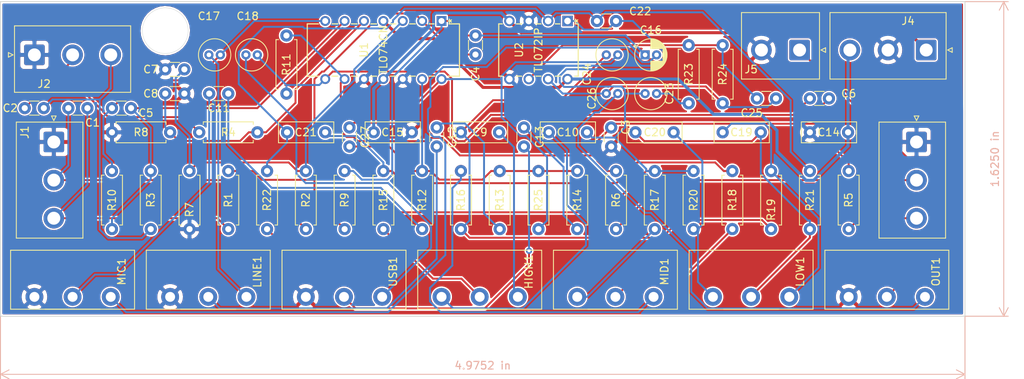
<source format=kicad_pcb>
(kicad_pcb (version 20171130) (host pcbnew "(5.1.2)-2")
  (layers (0 F.Cu signal) (31 B.Cu signal) (34 B.Paste user) (35 F.Paste user) (36 B.SilkS user) (37 F.SilkS user hide) (38 B.Mask user) (39 F.Mask user) (44 Edge.Cuts user))
  (net 0 "")
  (net 1 "Net-(C1-Pad2)")
  (net 2 "Net-(C1-Pad1)")
  (net 3 "Net-(C2-Pad2)")
  (net 4 "Net-(C2-Pad1)")
  (net 5 /1IN-)
  (net 6 /1OUT)
  (net 7 /2IN-)
  (net 8 /2OUT)
  (net 9 /3IN-)
  (net 10 /3OUT)
  (net 11 GNDREF)
  (net 12 /1IN+)
  (net 13 /2IN+)
  (net 14 "Net-(C9-Pad2)")
  (net 15 /CIRC2)
  (net 16 /1_out)
  (net 17 "Net-(C10-Pad1)")
  (net 18 "Net-(C11-Pad2)")
  (net 19 "Net-(C11-Pad1)")
  (net 20 "Net-(C12-Pad2)")
  (net 21 "Net-(C12-Pad1)")
  (net 22 "Net-(C13-Pad2)")
  (net 23 "Net-(C13-Pad1)")
  (net 24 +15V)
  (net 25 -15V)
  (net 26 "Net-(C16-Pad2)")
  (net 27 "Net-(C17-Pad2)")
  (net 28 "Net-(C18-Pad2)")
  (net 29 "Net-(C19-Pad2)")
  (net 30 "Net-(C19-Pad1)")
  (net 31 "Net-(C20-Pad2)")
  (net 32 "Net-(C21-Pad2)")
  (net 33 /node_A)
  (net 34 "Net-(C23-Pad2)")
  (net 35 "Net-(C24-Pad2)")
  (net 36 /2_out)
  (net 37 /2_in-)
  (net 38 "Net-(C26-Pad2)")
  (net 39 /4IN-)
  (net 40 "Net-(J3-Pad3)")
  (net 41 "Net-(J3-Pad2)")
  (net 42 "Net-(J5-Pad1)")
  (net 43 "Net-(HIGH1-Pad2)")
  (net 44 "Net-(MID1-Pad1)")
  (net 45 "Net-(MID1-Pad2)")
  (net 46 "Net-(MID1-Pad3)")
  (module Capacitor_THT:CP_Radial_D4.0mm_P1.50mm (layer F.Cu) (at 124.46 116.84)
    (fp_text reference C16 (at 0.75 -3.25) (layer F.SilkS))
    (fp_text value 47uF)
    (pad 2 thru_hole circle (at 1.5 0) (size 1.2 1.2) (drill 0.6) (layers *.Cu *.Mask) (net 26 "Net-(C16-Pad2)"))
    (pad 1 thru_hole rect (at 0 0) (size 1.2 1.2) (drill 0.6) (layers *.Cu *.Mask) (net 6 /1OUT))
  )
  (module TL072:Pot (layer F.Cu) (at 151.13 148.59 270)
    (fp_text reference OUT1 (at -3.302 -11.43 90) (layer F.SilkS))
    (fp_text value 10K)
    (pad 1 thru_hole circle (at 0 0 270) (size 2.34 2.34) (drill 1.3) (layers *.Cu *.Mask) (net 11 GNDREF))
    (pad 2 thru_hole circle (at 0 -5 270) (size 2.34 2.34) (drill 1.3) (layers *.Cu *.Mask) (net 42 "Net-(J5-Pad1)"))
    (pad 3 thru_hole circle (at 0 -10 270) (size 2.34 2.34) (drill 1.3) (layers *.Cu *.Mask) (net 38 "Net-(C26-Pad2)"))
  )
  (module TL072:Pot (layer F.Cu) (at 133.35 148.59 270)
    (fp_text reference LOW1 (at -3.302 -11.43 90) (layer F.SilkS))
    (fp_text value 50K)
    (pad 1 thru_hole circle (at 0 0 270) (size 2.34 2.34) (drill 1.3) (layers *.Cu *.Mask) (net 31 "Net-(C20-Pad2)"))
    (pad 2 thru_hole circle (at 0 -5 270) (size 2.34 2.34) (drill 1.3) (layers *.Cu *.Mask) (net 30 "Net-(C19-Pad1)"))
    (pad 3 thru_hole circle (at 0 -10 270) (size 2.34 2.34) (drill 1.3) (layers *.Cu *.Mask) (net 29 "Net-(C19-Pad2)"))
  )
  (module TL072:Pot (layer F.Cu) (at 115.57 148.59 270)
    (fp_text reference MID1 (at -3.302 -11.43 90) (layer F.SilkS))
    (fp_text value 50K)
    (pad 1 thru_hole circle (at 0 0 270) (size 2.34 2.34) (drill 1.3) (layers *.Cu *.Mask) (net 44 "Net-(MID1-Pad1)"))
    (pad 2 thru_hole circle (at 0 -5 270) (size 2.34 2.34) (drill 1.3) (layers *.Cu *.Mask) (net 45 "Net-(MID1-Pad2)"))
    (pad 3 thru_hole circle (at 0 -10 270) (size 2.34 2.34) (drill 1.3) (layers *.Cu *.Mask) (net 46 "Net-(MID1-Pad3)"))
  )
  (module TL072:Pot (layer F.Cu) (at 80.01 148.59 270)
    (fp_text reference USB1 (at -3.302 -11.43 90) (layer F.SilkS))
    (fp_text value 10K)
    (pad 1 thru_hole circle (at 0 0 270) (size 2.34 2.34) (drill 1.3) (layers *.Cu *.Mask) (net 11 GNDREF))
    (pad 2 thru_hole circle (at 0 -5 270) (size 2.34 2.34) (drill 1.3) (layers *.Cu *.Mask) (net 22 "Net-(C13-Pad2)"))
    (pad 3 thru_hole circle (at 0 -10 270) (size 2.34 2.34) (drill 1.3) (layers *.Cu *.Mask) (net 28 "Net-(C18-Pad2)"))
  )
  (module TL072:Pot (layer F.Cu) (at 62.23 148.59 270)
    (fp_text reference LINE1 (at -3.302 -11.43 90) (layer F.SilkS))
    (fp_text value 10K)
    (pad 1 thru_hole circle (at 0 0 270) (size 2.34 2.34) (drill 1.3) (layers *.Cu *.Mask) (net 11 GNDREF))
    (pad 2 thru_hole circle (at 0 -5 270) (size 2.34 2.34) (drill 1.3) (layers *.Cu *.Mask) (net 20 "Net-(C12-Pad2)"))
    (pad 3 thru_hole circle (at 0 -10 270) (size 2.34 2.34) (drill 1.3) (layers *.Cu *.Mask) (net 27 "Net-(C17-Pad2)"))
  )
  (module TL072:Pot (layer F.Cu) (at 44.45 148.59 270)
    (fp_text reference MIC1 (at -3.302 -11.43 90) (layer F.SilkS))
    (fp_text value 10K)
    (pad 1 thru_hole circle (at 0 0 270) (size 2.34 2.34) (drill 1.3) (layers *.Cu *.Mask) (net 11 GNDREF))
    (pad 2 thru_hole circle (at 0 -5 270) (size 2.34 2.34) (drill 1.3) (layers *.Cu *.Mask) (net 18 "Net-(C11-Pad2)"))
    (pad 3 thru_hole circle (at 0 -10 270) (size 2.34 2.34) (drill 1.3) (layers *.Cu *.Mask) (net 26 "Net-(C16-Pad2)"))
  )
  (module TL072:Pot (layer F.Cu) (at 97.79 148.59 270)
    (fp_text reference HIGH1 (at -3.302 -11.43 90) (layer F.SilkS))
    (fp_text value 50K)
    (pad 1 thru_hole circle (at 0 0 270) (size 2.34 2.34) (drill 1.3) (layers *.Cu *.Mask) (net 17 "Net-(C10-Pad1)"))
    (pad 2 thru_hole circle (at 0 -5 270) (size 2.34 2.34) (drill 1.3) (layers *.Cu *.Mask) (net 43 "Net-(HIGH1-Pad2)"))
    (pad 3 thru_hole circle (at 0 -10 270) (size 2.34 2.34) (drill 1.3) (layers *.Cu *.Mask) (net 14 "Net-(C9-Pad2)"))
  )
  (module TL072:TL072IP (layer F.Cu) (at 106.68 120.015 270)
    (fp_text reference U2 (at -3.81 -1.27 90) (layer F.SilkS))
    (fp_text value TL072IP (at -3.81 -3.81 90) (layer F.SilkS))
    (fp_text user * (at -7.62 -9.0678 90) (layer F.SilkS))
    (pad 8 thru_hole circle (at 0 -7.62 270) (size 1.3716 1.3716) (drill 0.8636) (layers *.Cu *.Mask) (net 24 +15V))
    (pad 7 thru_hole circle (at 0 -5.08 270) (size 1.3716 1.3716) (drill 0.8636) (layers *.Cu *.Mask) (net 36 /2_out))
    (pad 6 thru_hole circle (at 0 -2.54 270) (size 1.3716 1.3716) (drill 0.8636) (layers *.Cu *.Mask) (net 37 /2_in-))
    (pad 5 thru_hole circle (at 0 0 270) (size 1.3716 1.3716) (drill 0.8636) (layers *.Cu *.Mask) (net 11 GNDREF))
    (pad 4 thru_hole circle (at -7.62 0 270) (size 1.3716 1.3716) (drill 0.8636) (layers *.Cu *.Mask) (net 25 -15V))
    (pad 3 thru_hole circle (at -7.62 -2.54 270) (size 1.3716 1.3716) (drill 0.8636) (layers *.Cu *.Mask) (net 11 GNDREF))
    (pad 2 thru_hole circle (at -7.62 -5.08 270) (size 1.3716 1.3716) (drill 0.8636) (layers *.Cu *.Mask) (net 32 "Net-(C21-Pad2)"))
    (pad 1 thru_hole rect (at -7.62 -7.62 270) (size 1.3716 1.3716) (drill 0.8636) (layers *.Cu *.Mask) (net 16 /1_out))
  )
  (module TL074:TL074CN (layer F.Cu) (at 82.55 120.015 270)
    (fp_text reference U1 (at -3.81 -5.08 90) (layer F.SilkS))
    (fp_text value TL074CN (at -3.81 -7.62 90) (layer F.SilkS))
    (fp_text user * (at -7.62 -16.6497 90) (layer F.SilkS))
    (pad 14 thru_hole circle (at 0 -15.24 270) (size 1.2954 1.2954) (drill 0.7874) (layers *.Cu *.Mask) (net 35 "Net-(C24-Pad2)"))
    (pad 13 thru_hole circle (at 0 -12.7 270) (size 1.2954 1.2954) (drill 0.7874) (layers *.Cu *.Mask) (net 39 /4IN-))
    (pad 12 thru_hole circle (at 0 -10.16 270) (size 1.2954 1.2954) (drill 0.7874) (layers *.Cu *.Mask) (net 11 GNDREF))
    (pad 11 thru_hole circle (at 0 -7.62 270) (size 1.2954 1.2954) (drill 0.7874) (layers *.Cu *.Mask) (net 25 -15V))
    (pad 10 thru_hole circle (at 0 -5.08 270) (size 1.2954 1.2954) (drill 0.7874) (layers *.Cu *.Mask) (net 11 GNDREF))
    (pad 9 thru_hole circle (at 0 -2.54 270) (size 1.2954 1.2954) (drill 0.7874) (layers *.Cu *.Mask) (net 9 /3IN-))
    (pad 8 thru_hole circle (at 0 0 270) (size 1.2954 1.2954) (drill 0.7874) (layers *.Cu *.Mask) (net 10 /3OUT))
    (pad 7 thru_hole circle (at -7.62 0 270) (size 1.2954 1.2954) (drill 0.7874) (layers *.Cu *.Mask) (net 8 /2OUT))
    (pad 6 thru_hole circle (at -7.62 -2.54 270) (size 1.2954 1.2954) (drill 0.7874) (layers *.Cu *.Mask) (net 7 /2IN-))
    (pad 5 thru_hole circle (at -7.62 -5.08 270) (size 1.2954 1.2954) (drill 0.7874) (layers *.Cu *.Mask) (net 13 /2IN+))
    (pad 4 thru_hole circle (at -7.62 -7.62 270) (size 1.2954 1.2954) (drill 0.7874) (layers *.Cu *.Mask) (net 24 +15V))
    (pad 3 thru_hole circle (at -7.62 -10.16 270) (size 1.2954 1.2954) (drill 0.7874) (layers *.Cu *.Mask) (net 12 /1IN+))
    (pad 2 thru_hole circle (at -7.62 -12.7 270) (size 1.2954 1.2954) (drill 0.7874) (layers *.Cu *.Mask) (net 5 /1IN-))
    (pad 1 thru_hole rect (at -7.62 -15.24 270) (size 1.2954 1.2954) (drill 0.7874) (layers *.Cu *.Mask) (net 6 /1OUT))
  )
  (module Resistor_THT:R_Axial_DIN0207_L6.3mm_D2.5mm_P7.62mm_Horizontal (layer F.Cu) (at 110.49 139.7 90)
    (fp_text reference R25 (at 3.81 0 90) (layer F.SilkS))
    (fp_text value 47K)
    (pad 2 thru_hole oval (at 7.62 0 90) (size 1.6 1.6) (drill 0.8) (layers *.Cu *.Mask) (net 39 /4IN-))
    (pad 1 thru_hole circle (at 0 0 90) (size 1.6 1.6) (drill 0.8) (layers *.Cu *.Mask) (net 35 "Net-(C24-Pad2)"))
  )
  (module Resistor_THT:R_Axial_DIN0207_L6.3mm_D2.5mm_P7.62mm_Horizontal (layer F.Cu) (at 134.62 123.19 90)
    (fp_text reference R24 (at 3.81 0 90) (layer F.SilkS))
    (fp_text value 10K)
    (pad 2 thru_hole oval (at 7.62 0 90) (size 1.6 1.6) (drill 0.8) (layers *.Cu *.Mask) (net 37 /2_in-))
    (pad 1 thru_hole circle (at 0 0 90) (size 1.6 1.6) (drill 0.8) (layers *.Cu *.Mask) (net 36 /2_out))
  )
  (module Resistor_THT:R_Axial_DIN0207_L6.3mm_D2.5mm_P7.62mm_Horizontal (layer F.Cu) (at 130.175 115.57 270)
    (fp_text reference R23 (at 3.81 0 90) (layer F.SilkS))
    (fp_text value 10K)
    (pad 2 thru_hole oval (at 7.62 0 270) (size 1.6 1.6) (drill 0.8) (layers *.Cu *.Mask) (net 34 "Net-(C23-Pad2)"))
    (pad 1 thru_hole circle (at 0 0 270) (size 1.6 1.6) (drill 0.8) (layers *.Cu *.Mask) (net 37 /2_in-))
  )
  (module Resistor_THT:R_Axial_DIN0207_L6.3mm_D2.5mm_P7.62mm_Horizontal (layer F.Cu) (at 74.93 139.7 90)
    (fp_text reference R22 (at 3.81 0 90) (layer F.SilkS))
    (fp_text value 1K)
    (pad 2 thru_hole oval (at 7.62 0 90) (size 1.6 1.6) (drill 0.8) (layers *.Cu *.Mask) (net 32 "Net-(C21-Pad2)"))
    (pad 1 thru_hole circle (at 0 0 90) (size 1.6 1.6) (drill 0.8) (layers *.Cu *.Mask) (net 16 /1_out))
  )
  (module Resistor_THT:R_Axial_DIN0207_L6.3mm_D2.5mm_P7.62mm_Horizontal (layer F.Cu) (at 146.05 132.08 270)
    (fp_text reference R21 (at 3.81 0 90) (layer F.SilkS))
    (fp_text value 10K)
    (pad 2 thru_hole oval (at 7.62 0 270) (size 1.6 1.6) (drill 0.8) (layers *.Cu *.Mask) (net 30 "Net-(C19-Pad1)"))
    (pad 1 thru_hole circle (at 0 0 270) (size 1.6 1.6) (drill 0.8) (layers *.Cu *.Mask) (net 32 "Net-(C21-Pad2)"))
  )
  (module Resistor_THT:R_Axial_DIN0207_L6.3mm_D2.5mm_P7.62mm_Horizontal (layer F.Cu) (at 130.81 139.7 90)
    (fp_text reference R20 (at 3.81 0 90) (layer F.SilkS))
    (fp_text value 6K8)
    (pad 2 thru_hole oval (at 7.62 0 90) (size 1.6 1.6) (drill 0.8) (layers *.Cu *.Mask) (net 16 /1_out))
    (pad 1 thru_hole circle (at 0 0 90) (size 1.6 1.6) (drill 0.8) (layers *.Cu *.Mask) (net 31 "Net-(C20-Pad2)"))
  )
  (module Resistor_THT:R_Axial_DIN0207_L6.3mm_D2.5mm_P7.62mm_Horizontal (layer F.Cu) (at 140.97 139.7 90)
    (fp_text reference R19 (at 2.54 0 90) (layer F.SilkS))
    (fp_text value 6K8)
    (pad 2 thru_hole oval (at 7.62 0 90) (size 1.6 1.6) (drill 0.8) (layers *.Cu *.Mask) (net 29 "Net-(C19-Pad2)"))
    (pad 1 thru_hole circle (at 0 0 90) (size 1.6 1.6) (drill 0.8) (layers *.Cu *.Mask) (net 15 /CIRC2))
  )
  (module Resistor_THT:R_Axial_DIN0207_L6.3mm_D2.5mm_P7.62mm_Horizontal (layer F.Cu) (at 135.89 139.7 90)
    (fp_text reference R18 (at 3.81 0 90) (layer F.SilkS))
    (fp_text value 1K3)
    (pad 2 thru_hole oval (at 7.62 0 90) (size 1.6 1.6) (drill 0.8) (layers *.Cu *.Mask) (net 33 /node_A))
    (pad 1 thru_hole circle (at 0 0 90) (size 1.6 1.6) (drill 0.8) (layers *.Cu *.Mask) (net 45 "Net-(MID1-Pad2)"))
  )
  (module Resistor_THT:R_Axial_DIN0207_L6.3mm_D2.5mm_P7.62mm_Horizontal (layer F.Cu) (at 125.73 139.7 90)
    (fp_text reference R17 (at 3.81 0 90) (layer F.SilkS))
    (fp_text value 910)
    (pad 2 thru_hole oval (at 7.62 0 90) (size 1.6 1.6) (drill 0.8) (layers *.Cu *.Mask) (net 16 /1_out))
    (pad 1 thru_hole circle (at 0 0 90) (size 1.6 1.6) (drill 0.8) (layers *.Cu *.Mask) (net 44 "Net-(MID1-Pad1)"))
  )
  (module Resistor_THT:R_Axial_DIN0207_L6.3mm_D2.5mm_P7.62mm_Horizontal (layer F.Cu) (at 100.33 139.7 90)
    (fp_text reference R16 (at 3.81 0 90) (layer F.SilkS))
    (fp_text value 910)
    (pad 2 thru_hole oval (at 7.62 0 90) (size 1.6 1.6) (drill 0.8) (layers *.Cu *.Mask) (net 46 "Net-(MID1-Pad3)"))
    (pad 1 thru_hole circle (at 0 0 90) (size 1.6 1.6) (drill 0.8) (layers *.Cu *.Mask) (net 15 /CIRC2))
  )
  (module Resistor_THT:R_Axial_DIN0207_L6.3mm_D2.5mm_P7.62mm_Horizontal (layer F.Cu) (at 90.17 139.7 90)
    (fp_text reference R15 (at 3.81 0 90) (layer F.SilkS))
    (fp_text value 1K1)
    (pad 2 thru_hole oval (at 7.62 0 90) (size 1.6 1.6) (drill 0.8) (layers *.Cu *.Mask) (net 33 /node_A))
    (pad 1 thru_hole circle (at 0 0 90) (size 1.6 1.6) (drill 0.8) (layers *.Cu *.Mask) (net 43 "Net-(HIGH1-Pad2)"))
  )
  (module Resistor_THT:R_Axial_DIN0207_L6.3mm_D2.5mm_P7.62mm_Horizontal (layer F.Cu) (at 115.57 139.7 90)
    (fp_text reference R14 (at 3.81 0 90) (layer F.SilkS))
    (fp_text value 47K)
    (pad 2 thru_hole oval (at 7.62 0 90) (size 1.6 1.6) (drill 0.8) (layers *.Cu *.Mask) (net 39 /4IN-))
    (pad 1 thru_hole circle (at 0 0 90) (size 1.6 1.6) (drill 0.8) (layers *.Cu *.Mask) (net 23 "Net-(C13-Pad1)"))
  )
  (module Resistor_THT:R_Axial_DIN0207_L6.3mm_D2.5mm_P7.62mm_Horizontal (layer F.Cu) (at 105.41 139.7 90)
    (fp_text reference R13 (at 3.81 0 90) (layer F.SilkS))
    (fp_text value 47K)
    (pad 2 thru_hole oval (at 7.62 0 90) (size 1.6 1.6) (drill 0.8) (layers *.Cu *.Mask) (net 39 /4IN-))
    (pad 1 thru_hole circle (at 0 0 90) (size 1.6 1.6) (drill 0.8) (layers *.Cu *.Mask) (net 21 "Net-(C12-Pad1)"))
  )
  (module Resistor_THT:R_Axial_DIN0207_L6.3mm_D2.5mm_P7.62mm_Horizontal (layer F.Cu) (at 77.47 114.3 270)
    (fp_text reference R11 (at 3.81 0 90) (layer F.SilkS))
    (fp_text value 10K)
    (pad 2 thru_hole oval (at 7.62 0 270) (size 1.6 1.6) (drill 0.8) (layers *.Cu *.Mask) (net 10 /3OUT))
    (pad 1 thru_hole circle (at 0 0 270) (size 1.6 1.6) (drill 0.8) (layers *.Cu *.Mask) (net 9 /3IN-))
  )
  (module Resistor_THT:R_Axial_DIN0207_L6.3mm_D2.5mm_P7.62mm_Horizontal (layer F.Cu) (at 54.61 139.7 90)
    (fp_text reference R10 (at 3.81 0 90) (layer F.SilkS))
    (fp_text value 10K)
    (pad 2 thru_hole oval (at 7.62 0 90) (size 1.6 1.6) (drill 0.8) (layers *.Cu *.Mask) (net 8 /2OUT))
    (pad 1 thru_hole circle (at 0 0 90) (size 1.6 1.6) (drill 0.8) (layers *.Cu *.Mask) (net 7 /2IN-))
  )
  (module Resistor_THT:R_Axial_DIN0207_L6.3mm_D2.5mm_P7.62mm_Horizontal (layer F.Cu) (at 85.09 139.7 90)
    (fp_text reference R9 (at 3.81 0 90) (layer F.SilkS))
    (fp_text value 100K)
    (pad 2 thru_hole oval (at 7.62 0 90) (size 1.6 1.6) (drill 0.8) (layers *.Cu *.Mask) (net 6 /1OUT))
    (pad 1 thru_hole circle (at 0 0 90) (size 1.6 1.6) (drill 0.8) (layers *.Cu *.Mask) (net 5 /1IN-))
  )
  (module Resistor_THT:R_Axial_DIN0207_L6.3mm_D2.5mm_P7.62mm_Horizontal (layer F.Cu) (at 62.23 127 180)
    (fp_text reference R8 (at 3.81 0) (layer F.SilkS))
    (fp_text value 10K)
    (pad 2 thru_hole oval (at 7.62 0 180) (size 1.6 1.6) (drill 0.8) (layers *.Cu *.Mask) (net 11 GNDREF))
    (pad 1 thru_hole circle (at 0 0 180) (size 1.6 1.6) (drill 0.8) (layers *.Cu *.Mask) (net 13 /2IN+))
  )
  (module Resistor_THT:R_Axial_DIN0207_L6.3mm_D2.5mm_P7.62mm_Horizontal (layer F.Cu) (at 64.77 132.08 270)
    (fp_text reference R7 (at 5.08 0 90) (layer F.SilkS))
    (fp_text value 100K)
    (pad 2 thru_hole oval (at 7.62 0 270) (size 1.6 1.6) (drill 0.8) (layers *.Cu *.Mask) (net 11 GNDREF))
    (pad 1 thru_hole circle (at 0 0 270) (size 1.6 1.6) (drill 0.8) (layers *.Cu *.Mask) (net 12 /1IN+))
  )
  (module Resistor_THT:R_Axial_DIN0207_L6.3mm_D2.5mm_P7.62mm_Horizontal (layer F.Cu) (at 120.65 139.7 90)
    (fp_text reference R6 (at 3.81 0 90) (layer F.SilkS))
    (fp_text value 10K)
    (pad 2 thru_hole oval (at 7.62 0 90) (size 1.6 1.6) (drill 0.8) (layers *.Cu *.Mask) (net 9 /3IN-))
    (pad 1 thru_hole circle (at 0 0 90) (size 1.6 1.6) (drill 0.8) (layers *.Cu *.Mask) (net 41 "Net-(J3-Pad2)"))
  )
  (module Resistor_THT:R_Axial_DIN0207_L6.3mm_D2.5mm_P7.62mm_Horizontal (layer F.Cu) (at 151.13 139.7 90)
    (fp_text reference R5 (at 3.81 0 90) (layer F.SilkS))
    (fp_text value 10K)
    (pad 2 thru_hole oval (at 7.62 0 90) (size 1.6 1.6) (drill 0.8) (layers *.Cu *.Mask) (net 9 /3IN-))
    (pad 1 thru_hole circle (at 0 0 90) (size 1.6 1.6) (drill 0.8) (layers *.Cu *.Mask) (net 40 "Net-(J3-Pad3)"))
  )
  (module Resistor_THT:R_Axial_DIN0207_L6.3mm_D2.5mm_P7.62mm_Horizontal (layer F.Cu) (at 66.04 127)
    (fp_text reference R4 (at 3.81 0) (layer F.SilkS))
    (fp_text value 10K)
    (pad 2 thru_hole oval (at 7.62 0) (size 1.6 1.6) (drill 0.8) (layers *.Cu *.Mask) (net 13 /2IN+))
    (pad 1 thru_hole circle (at 0 0) (size 1.6 1.6) (drill 0.8) (layers *.Cu *.Mask) (net 3 "Net-(C2-Pad2)"))
  )
  (module Resistor_THT:R_Axial_DIN0207_L6.3mm_D2.5mm_P7.62mm_Horizontal (layer F.Cu) (at 59.69 139.7 90)
    (fp_text reference R3 (at 3.81 0 90) (layer F.SilkS))
    (fp_text value 10K)
    (pad 2 thru_hole oval (at 7.62 0 90) (size 1.6 1.6) (drill 0.8) (layers *.Cu *.Mask) (net 7 /2IN-))
    (pad 1 thru_hole circle (at 0 0 90) (size 1.6 1.6) (drill 0.8) (layers *.Cu *.Mask) (net 4 "Net-(C2-Pad1)"))
  )
  (module Resistor_THT:R_Axial_DIN0207_L6.3mm_D2.5mm_P7.62mm_Horizontal (layer F.Cu) (at 80.01 139.7 90)
    (fp_text reference R2 (at 3.81 0 90) (layer F.SilkS))
    (fp_text value 3K3)
    (pad 2 thru_hole oval (at 7.62 0 90) (size 1.6 1.6) (drill 0.8) (layers *.Cu *.Mask) (net 12 /1IN+))
    (pad 1 thru_hole circle (at 0 0 90) (size 1.6 1.6) (drill 0.8) (layers *.Cu *.Mask) (net 1 "Net-(C1-Pad2)"))
  )
  (module Resistor_THT:R_Axial_DIN0207_L6.3mm_D2.5mm_P7.62mm_Horizontal (layer F.Cu) (at 69.85 139.7 90)
    (fp_text reference R1 (at 3.81 0 90) (layer F.SilkS))
    (fp_text value 3K3)
    (pad 2 thru_hole oval (at 7.62 0 90) (size 1.6 1.6) (drill 0.8) (layers *.Cu *.Mask) (net 5 /1IN-))
    (pad 1 thru_hole circle (at 0 0 90) (size 1.6 1.6) (drill 0.8) (layers *.Cu *.Mask) (net 2 "Net-(C1-Pad1)"))
  )
  (module Connector_JST:JST_NV_B02P-NV_1x02_P5.00mm_Vertical (layer F.Cu) (at 144.7 116.205 180)
    (fp_text reference J5 (at 6.35 -2.54) (layer F.SilkS))
    (fp_text value OUT)
    (pad 2 thru_hole circle (at 5 0 180) (size 2.7 2.7) (drill 1.7) (layers *.Cu *.Mask) (net 11 GNDREF))
    (pad 1 thru_hole roundrect (at 0 0 180) (size 2.7 2.7) (drill 1.7) (layers *.Cu *.Mask) (roundrect_rratio 0.09259299999999999) (net 42 "Net-(J5-Pad1)"))
  )
  (module Connector_JST:JST_NV_B03P-NV_1x03_P5.00mm_Vertical (layer F.Cu) (at 161.29 116.205 180)
    (fp_text reference J4 (at 2.38 3.81) (layer F.SilkS))
    (fp_text value Alimentação)
    (pad 3 thru_hole circle (at 10 0 180) (size 2.7 2.7) (drill 1.7) (layers *.Cu *.Mask) (net 24 +15V))
    (pad 2 thru_hole circle (at 5 0 180) (size 2.7 2.7) (drill 1.7) (layers *.Cu *.Mask) (net 11 GNDREF))
    (pad 1 thru_hole roundrect (at 0 0 180) (size 2.7 2.7) (drill 1.7) (layers *.Cu *.Mask) (roundrect_rratio 0.09259299999999999) (net 25 -15V))
  )
  (module Connector_JST:JST_NV_B03P-NV_1x03_P5.00mm_Vertical (layer F.Cu) (at 160.02 128.27 270)
    (fp_text reference J3 hide)
    (fp_text value USB)
    (pad 3 thru_hole circle (at 10 0 270) (size 2.7 2.7) (drill 1.7) (layers *.Cu *.Mask) (net 40 "Net-(J3-Pad3)"))
    (pad 2 thru_hole circle (at 5 0 270) (size 2.7 2.7) (drill 1.7) (layers *.Cu *.Mask) (net 41 "Net-(J3-Pad2)"))
    (pad 1 thru_hole roundrect (at 0 0 270) (size 2.7 2.7) (drill 1.7) (layers *.Cu *.Mask) (roundrect_rratio 0.09259299999999999) (net 11 GNDREF))
  )
  (module Connector_JST:JST_NV_B03P-NV_1x03_P5.00mm_Vertical (layer F.Cu) (at 44.45 116.84)
    (fp_text reference J2 (at 1.27 3.81) (layer F.SilkS))
    (fp_text value LINE)
    (pad 3 thru_hole circle (at 10 0) (size 2.7 2.7) (drill 1.7) (layers *.Cu *.Mask) (net 4 "Net-(C2-Pad1)"))
    (pad 2 thru_hole circle (at 5 0) (size 2.7 2.7) (drill 1.7) (layers *.Cu *.Mask) (net 3 "Net-(C2-Pad2)"))
    (pad 1 thru_hole roundrect (at 0 0) (size 2.7 2.7) (drill 1.7) (layers *.Cu *.Mask) (roundrect_rratio 0.09259299999999999) (net 11 GNDREF))
  )
  (module Connector_JST:JST_NV_B03P-NV_1x03_P5.00mm_Vertical (layer F.Cu) (at 46.99 128.27 270)
    (fp_text reference J1 (at -1.27 3.81 90) (layer F.SilkS))
    (fp_text value MIC)
    (pad 3 thru_hole circle (at 10 0 270) (size 2.7 2.7) (drill 1.7) (layers *.Cu *.Mask) (net 2 "Net-(C1-Pad1)"))
    (pad 2 thru_hole circle (at 5 0 270) (size 2.7 2.7) (drill 1.7) (layers *.Cu *.Mask) (net 1 "Net-(C1-Pad2)"))
    (pad 1 thru_hole roundrect (at 0 0 270) (size 2.7 2.7) (drill 1.7) (layers *.Cu *.Mask) (roundrect_rratio 0.09259299999999999) (net 11 GNDREF))
  )
  (module Capacitor_THT:C_Disc_D3.0mm_W1.6mm_P2.50mm (layer F.Cu) (at 85.725 126.365 270)
    (fp_text reference C27 (at 1.25 -2.05 90) (layer F.SilkS))
    (fp_text value 10pF)
    (pad 2 thru_hole circle (at 2.5 0 270) (size 1.6 1.6) (drill 0.8) (layers *.Cu *.Mask) (net 39 /4IN-))
    (pad 1 thru_hole circle (at 0 0 270) (size 1.6 1.6) (drill 0.8) (layers *.Cu *.Mask) (net 35 "Net-(C24-Pad2)"))
  )
  (module Capacitor_THT:C_Radial_D4.0mm_H5.0mm_P1.50mm (layer F.Cu) (at 119.38 121.92)
    (fp_text reference C26 (at -1.905 0.635 90) (layer F.SilkS))
    (fp_text value 47uF)
    (pad 2 thru_hole circle (at 1.5 0) (size 1.2 1.2) (drill 0.6) (layers *.Cu *.Mask) (net 38 "Net-(C26-Pad2)"))
    (pad 1 thru_hole circle (at 0 0) (size 1.2 1.2) (drill 0.6) (layers *.Cu *.Mask) (net 36 /2_out))
  )
  (module Capacitor_THT:C_Disc_D3.0mm_W1.6mm_P2.50mm (layer F.Cu) (at 139.105 122.555)
    (fp_text reference C25 (at -0.675 1.905) (layer F.SilkS))
    (fp_text value 20pF)
    (pad 2 thru_hole circle (at 2.5 0) (size 1.6 1.6) (drill 0.8) (layers *.Cu *.Mask) (net 36 /2_out))
    (pad 1 thru_hole circle (at 0 0) (size 1.6 1.6) (drill 0.8) (layers *.Cu *.Mask) (net 37 /2_in-))
  )
  (module Capacitor_THT:C_Radial_D4.0mm_H5.0mm_P1.50mm (layer F.Cu) (at 119.38 116.84)
    (fp_text reference C24 (at -2.54 2.54 90) (layer F.SilkS))
    (fp_text value 47uF)
    (pad 2 thru_hole circle (at 1.5 0) (size 1.2 1.2) (drill 0.6) (layers *.Cu *.Mask) (net 35 "Net-(C24-Pad2)"))
    (pad 1 thru_hole circle (at 0 0) (size 1.2 1.2) (drill 0.6) (layers *.Cu *.Mask) (net 15 /CIRC2))
  )
  (module Capacitor_THT:C_Radial_D4.0mm_H5.0mm_P1.50mm (layer F.Cu) (at 124.46 121.92)
    (fp_text reference C23 (at 3.175 0 90) (layer F.SilkS))
    (fp_text value 47uF)
    (pad 2 thru_hole circle (at 1.5 0) (size 1.2 1.2) (drill 0.6) (layers *.Cu *.Mask) (net 34 "Net-(C23-Pad2)"))
    (pad 1 thru_hole circle (at 0 0) (size 1.2 1.2) (drill 0.6) (layers *.Cu *.Mask) (net 16 /1_out))
  )
  (module Capacitor_THT:C_Disc_D3.0mm_W1.6mm_P2.50mm (layer F.Cu) (at 118.15 112.395)
    (fp_text reference C22 (at 5.675 -1.27) (layer F.SilkS))
    (fp_text value 20pF)
    (pad 2 thru_hole circle (at 2.5 0) (size 1.6 1.6) (drill 0.8) (layers *.Cu *.Mask) (net 16 /1_out))
    (pad 1 thru_hole circle (at 0 0) (size 1.6 1.6) (drill 0.8) (layers *.Cu *.Mask) (net 32 "Net-(C21-Pad2)"))
  )
  (module Capacitor_THT:C_Disc_D7.0mm_W2.5mm_P5.00mm (layer F.Cu) (at 82.55 127 180)
    (fp_text reference C21 (at 2.54 0) (layer F.SilkS))
    (fp_text value 12nF)
    (pad 2 thru_hole circle (at 5 0 180) (size 1.6 1.6) (drill 0.8) (layers *.Cu *.Mask) (net 32 "Net-(C21-Pad2)"))
    (pad 1 thru_hole circle (at 0 0 180) (size 1.6 1.6) (drill 0.8) (layers *.Cu *.Mask) (net 33 /node_A))
  )
  (module Capacitor_THT:C_Disc_D7.0mm_W2.5mm_P5.00mm (layer F.Cu) (at 123.19 127)
    (fp_text reference C20 (at 2.54 0) (layer F.SilkS))
    (fp_text value 33nF)
    (pad 2 thru_hole circle (at 5 0) (size 1.6 1.6) (drill 0.8) (layers *.Cu *.Mask) (net 31 "Net-(C20-Pad2)"))
    (pad 1 thru_hole circle (at 0 0) (size 1.6 1.6) (drill 0.8) (layers *.Cu *.Mask) (net 30 "Net-(C19-Pad1)"))
  )
  (module Capacitor_THT:C_Disc_D7.0mm_W2.5mm_P5.00mm (layer F.Cu) (at 139.62 127 180)
    (fp_text reference C19 (at 2.54 0) (layer F.SilkS))
    (fp_text value 33nF)
    (pad 2 thru_hole circle (at 5 0 180) (size 1.6 1.6) (drill 0.8) (layers *.Cu *.Mask) (net 29 "Net-(C19-Pad2)"))
    (pad 1 thru_hole circle (at 0 0 180) (size 1.6 1.6) (drill 0.8) (layers *.Cu *.Mask) (net 30 "Net-(C19-Pad1)"))
  )
  (module Capacitor_THT:C_Radial_D4.0mm_H5.0mm_P1.50mm (layer F.Cu) (at 73.66 116.84 180)
    (fp_text reference C18 (at 1.27 5.08) (layer F.SilkS))
    (fp_text value 47uF)
    (pad 2 thru_hole circle (at 1.5 0 180) (size 1.2 1.2) (drill 0.6) (layers *.Cu *.Mask) (net 28 "Net-(C18-Pad2)"))
    (pad 1 thru_hole circle (at 0 0 180) (size 1.2 1.2) (drill 0.6) (layers *.Cu *.Mask) (net 10 /3OUT))
  )
  (module Capacitor_THT:C_Radial_D4.0mm_H5.0mm_P1.50mm (layer F.Cu) (at 68.81 116.84 180)
    (fp_text reference C17 (at 1.5 5.08) (layer F.SilkS))
    (fp_text value 47uF)
    (pad 2 thru_hole circle (at 1.5 0 180) (size 1.2 1.2) (drill 0.6) (layers *.Cu *.Mask) (net 27 "Net-(C17-Pad2)"))
    (pad 1 thru_hole circle (at 0 0 180) (size 1.2 1.2) (drill 0.6) (layers *.Cu *.Mask) (net 8 /2OUT))
  )
  (module Capacitor_THT:C_Disc_D7.0mm_W2.5mm_P5.00mm (layer F.Cu) (at 93.9 127 180)
    (fp_text reference C15 (at 2.54 0) (layer F.SilkS))
    (fp_text value 100nF)
    (pad 2 thru_hole circle (at 5 0 180) (size 1.6 1.6) (drill 0.8) (layers *.Cu *.Mask) (net 25 -15V))
    (pad 1 thru_hole circle (at 0 0 180) (size 1.6 1.6) (drill 0.8) (layers *.Cu *.Mask) (net 11 GNDREF))
  )
  (module Capacitor_THT:C_Disc_D7.0mm_W2.5mm_P5.00mm (layer F.Cu) (at 151.05 127 180)
    (fp_text reference C14 (at 2.54 0) (layer F.SilkS))
    (fp_text value 100nF)
    (pad 2 thru_hole circle (at 5 0 180) (size 1.6 1.6) (drill 0.8) (layers *.Cu *.Mask) (net 11 GNDREF))
    (pad 1 thru_hole circle (at 0 0 180) (size 1.6 1.6) (drill 0.8) (layers *.Cu *.Mask) (net 24 +15V))
  )
  (module Capacitor_THT:C_Disc_D3.0mm_W1.6mm_P2.50mm (layer F.Cu) (at 108.585 126.365 270)
    (fp_text reference C13 (at 1.25 -2.05 90) (layer F.SilkS))
    (fp_text value 1uF)
    (pad 2 thru_hole circle (at 2.5 0 270) (size 1.6 1.6) (drill 0.8) (layers *.Cu *.Mask) (net 22 "Net-(C13-Pad2)"))
    (pad 1 thru_hole circle (at 0 0 270) (size 1.6 1.6) (drill 0.8) (layers *.Cu *.Mask) (net 23 "Net-(C13-Pad1)"))
  )
  (module Capacitor_THT:C_Disc_D3.0mm_W1.6mm_P2.50mm (layer F.Cu) (at 97.155 126.365 270)
    (fp_text reference C12 (at 1.25 -2.05 90) (layer F.SilkS))
    (fp_text value 1uF)
    (pad 2 thru_hole circle (at 2.5 0 270) (size 1.6 1.6) (drill 0.8) (layers *.Cu *.Mask) (net 20 "Net-(C12-Pad2)"))
    (pad 1 thru_hole circle (at 0 0 270) (size 1.6 1.6) (drill 0.8) (layers *.Cu *.Mask) (net 21 "Net-(C12-Pad1)"))
  )
  (module Capacitor_THT:C_Disc_D3.0mm_W1.6mm_P2.50mm (layer F.Cu) (at 69.85 121.92 180)
    (fp_text reference C11 (at 1.25 -1.905) (layer F.SilkS))
    (fp_text value 1uF)
    (pad 2 thru_hole circle (at 2.5 0 180) (size 1.6 1.6) (drill 0.8) (layers *.Cu *.Mask) (net 18 "Net-(C11-Pad2)"))
    (pad 1 thru_hole circle (at 0 0 180) (size 1.6 1.6) (drill 0.8) (layers *.Cu *.Mask) (net 19 "Net-(C11-Pad1)"))
  )
  (module Capacitor_THT:C_Disc_D7.0mm_W2.5mm_P5.00mm (layer F.Cu) (at 111.84 127)
    (fp_text reference C10 (at 2.5 0) (layer F.SilkS))
    (fp_text value 18mF)
    (pad 2 thru_hole circle (at 5 0) (size 1.6 1.6) (drill 0.8) (layers *.Cu *.Mask) (net 16 /1_out))
    (pad 1 thru_hole circle (at 0 0) (size 1.6 1.6) (drill 0.8) (layers *.Cu *.Mask) (net 17 "Net-(C10-Pad1)"))
  )
  (module Capacitor_THT:C_Disc_D7.0mm_W2.5mm_P5.00mm (layer F.Cu) (at 100.33 127)
    (fp_text reference C9 (at 2.5 0) (layer F.SilkS))
    (fp_text value 18mF)
    (pad 2 thru_hole circle (at 5 0) (size 1.6 1.6) (drill 0.8) (layers *.Cu *.Mask) (net 14 "Net-(C9-Pad2)"))
    (pad 1 thru_hole circle (at 0 0) (size 1.6 1.6) (drill 0.8) (layers *.Cu *.Mask) (net 15 /CIRC2))
  )
  (module Capacitor_THT:C_Disc_D3.0mm_W1.6mm_P2.50mm (layer F.Cu) (at 61.595 121.92)
    (fp_text reference C8 (at -1.905 0) (layer F.SilkS))
    (fp_text value 10pF)
    (pad 2 thru_hole circle (at 2.5 0) (size 1.6 1.6) (drill 0.8) (layers *.Cu *.Mask) (net 11 GNDREF))
    (pad 1 thru_hole circle (at 0 0) (size 1.6 1.6) (drill 0.8) (layers *.Cu *.Mask) (net 13 /2IN+))
  )
  (module Capacitor_THT:C_Disc_D3.0mm_W1.6mm_P2.50mm (layer F.Cu) (at 64.095 118.745 180)
    (fp_text reference C7 (at 4.405 0) (layer F.SilkS))
    (fp_text value 10pF)
    (pad 2 thru_hole circle (at 2.5 0 180) (size 1.6 1.6) (drill 0.8) (layers *.Cu *.Mask) (net 11 GNDREF))
    (pad 1 thru_hole circle (at 0 0 180) (size 1.6 1.6) (drill 0.8) (layers *.Cu *.Mask) (net 12 /1IN+))
  )
  (module Capacitor_THT:C_Disc_D3.0mm_W1.6mm_P2.50mm (layer F.Cu) (at 146.05 122.555)
    (fp_text reference C6 (at 5.08 -0.635) (layer F.SilkS))
    (fp_text value 10pF)
    (pad 2 thru_hole circle (at 2.5 0) (size 1.6 1.6) (drill 0.8) (layers *.Cu *.Mask) (net 9 /3IN-))
    (pad 1 thru_hole circle (at 0 0) (size 1.6 1.6) (drill 0.8) (layers *.Cu *.Mask) (net 10 /3OUT))
  )
  (module Capacitor_THT:C_Disc_D3.0mm_W1.6mm_P2.50mm (layer F.Cu) (at 54.61 123.825)
    (fp_text reference C5 (at 4.445 0.635) (layer F.SilkS))
    (fp_text value 10pF)
    (pad 2 thru_hole circle (at 2.5 0) (size 1.6 1.6) (drill 0.8) (layers *.Cu *.Mask) (net 7 /2IN-))
    (pad 1 thru_hole circle (at 0 0) (size 1.6 1.6) (drill 0.8) (layers *.Cu *.Mask) (net 8 /2OUT))
  )
  (module Capacitor_THT:C_Disc_D3.0mm_W1.6mm_P2.50mm (layer F.Cu) (at 102.235 114.3 270)
    (fp_text reference C4 (at 5.04 0 90) (layer F.SilkS))
    (fp_text value 10pF)
    (pad 2 thru_hole circle (at 2.5 0 270) (size 1.6 1.6) (drill 0.8) (layers *.Cu *.Mask) (net 5 /1IN-))
    (pad 1 thru_hole circle (at 0 0 270) (size 1.6 1.6) (drill 0.8) (layers *.Cu *.Mask) (net 6 /1OUT))
  )
  (module Capacitor_THT:C_Disc_D3.0mm_W1.6mm_P2.50mm (layer F.Cu) (at 120.015 126.365 270)
    (fp_text reference C3 (at -0.04 -1.905 90) (layer F.SilkS))
    (fp_text value 10pF)
    (pad 2 thru_hole circle (at 2.5 0 270) (size 1.6 1.6) (drill 0.8) (layers *.Cu *.Mask) (net 11 GNDREF))
    (pad 1 thru_hole circle (at 0 0 270) (size 1.6 1.6) (drill 0.8) (layers *.Cu *.Mask) (net 9 /3IN-))
  )
  (module Capacitor_THT:C_Disc_D3.0mm_W1.6mm_P2.50mm (layer F.Cu) (at 45.68 123.825 180)
    (fp_text reference C2 (at 4.405 0) (layer F.SilkS))
    (fp_text value 680pF)
    (pad 2 thru_hole circle (at 2.5 0 180) (size 1.6 1.6) (drill 0.8) (layers *.Cu *.Mask) (net 3 "Net-(C2-Pad2)"))
    (pad 1 thru_hole circle (at 0 0 180) (size 1.6 1.6) (drill 0.8) (layers *.Cu *.Mask) (net 4 "Net-(C2-Pad1)"))
  )
  (module Capacitor_THT:C_Disc_D3.0mm_W1.6mm_P2.50mm (layer F.Cu) (at 51.395 123.825 180)
    (fp_text reference C1 (at -0.675 -1.905) (layer F.SilkS))
    (fp_text value 680pF)
    (pad 2 thru_hole circle (at 2.5 0 180) (size 1.6 1.6) (drill 0.8) (layers *.Cu *.Mask) (net 1 "Net-(C1-Pad2)"))
    (pad 1 thru_hole circle (at 0 0 180) (size 1.6 1.6) (drill 0.8) (layers *.Cu *.Mask) (net 2 "Net-(C1-Pad1)"))
  )
  (module Resistor_THT:R_Axial_DIN0207_L6.3mm_D2.5mm_P7.62mm_Horizontal (layer F.Cu) (at 95.25 139.7 90)
    (fp_text reference R12 (at 3.81 0 90) (layer F.SilkS))
    (fp_text value 47K)
    (pad 1 thru_hole circle (at 0 0 90) (size 1.6 1.6) (drill 0.8) (layers *.Cu *.Mask) (net 19 "Net-(C11-Pad1)"))
    (pad 2 thru_hole oval (at 7.62 0 90) (size 1.6 1.6) (drill 0.8) (layers *.Cu *.Mask) (net 39 /4IN-))
  )
  (dimension 41.275 (width 0.12) (layer B.SilkS) (gr_text "41.275 mm" (at 172.72 130.4925 270) (layer B.SilkS) (effects (font (size 1 1) (thickness 0.15)))) (feature1 (pts (xy 166.37 151.13) (xy 172.036421 151.13))) (feature2 (pts (xy 166.37 109.855) (xy 172.036421 109.855))) (crossbar (pts (xy 171.45 109.855) (xy 171.45 151.13))) (arrow1a (pts (xy 171.45 151.13) (xy 170.863579 150.003496))) (arrow1b (pts (xy 171.45 151.13) (xy 172.036421 150.003496))) (arrow2a (pts (xy 171.45 109.855) (xy 170.863579 110.981504))) (arrow2b (pts (xy 171.45 109.855) (xy 172.036421 110.981504))))
  (dimension 126.37 (width 0.12) (layer B.SilkS) (gr_text "126.370 mm" (at 103.185 160.02) (layer B.SilkS) (effects (font (size 1 1) (thickness 0.15)))) (feature1 (pts (xy 166.37 151.13) (xy 166.37 159.336421))) (feature2 (pts (xy 40 151.13) (xy 40 159.336421))) (crossbar (pts (xy 40 158.75) (xy 166.37 158.75))) (arrow1a (pts (xy 166.37 158.75) (xy 165.243496 159.336421))) (arrow1b (pts (xy 166.37 158.75) (xy 165.243496 158.163579))) (arrow2a (pts (xy 40 158.75) (xy 41.126504 159.336421))) (arrow2b (pts (xy 40 158.75) (xy 41.126504 158.163579))))
  (gr_circle (center 61.595 113.665) (end 64.595 113.665) (layer Edge.Cuts) (width 0.05))
  (gr_line (start 40.005 109.855) (end 40 151.13) (layer Edge.Cuts) (width 0.1))
  (gr_line (start 166.37 109.855) (end 40 109.855) (layer Edge.Cuts) (width 0.1))
  (gr_line (start 166.37 151.13) (end 166.37 109.855) (layer Edge.Cuts) (width 0.1))
  (gr_line (start 40 151.13) (end 166.37 151.13) (layer Edge.Cuts) (width 0.1))
  (segment (start 46.99 133.27) (end 73.58 133.27) (width 0.25) (layer F.Cu) (net 1))
  (segment (start 73.58 133.27) (end 80.01 139.7) (width 0.25) (layer F.Cu) (net 1))
  (segment (start 48.895 123.825) (end 48.895 131.365) (width 0.25) (layer B.Cu) (net 1))
  (segment (start 48.895 131.365) (end 46.99 133.27) (width 0.25) (layer B.Cu) (net 1))
  (segment (start 51.395 123.825) (end 51.395 133.865) (width 0.25) (layer B.Cu) (net 2))
  (segment (start 51.395 133.865) (end 46.99 138.27) (width 0.25) (layer B.Cu) (net 2))
  (segment (start 46.99 138.27) (end 68.42 138.27) (width 0.25) (layer F.Cu) (net 2))
  (segment (start 68.42 138.27) (end 69.85 139.7) (width 0.25) (layer F.Cu) (net 2))
  (segment (start 48.1061 118.8989) (end 49.45 117.555) (width 0.25) (layer F.Cu) (net 3))
  (segment (start 49.45 117.555) (end 49.45 116.84) (width 0.25) (layer F.Cu) (net 3))
  (segment (start 43.18 123.825) (end 48.1061 118.8989) (width 0.25) (layer F.Cu) (net 3))
  (segment (start 48.1061 118.8989) (end 53.4647 124.2576) (width 0.25) (layer F.Cu) (net 3))
  (segment (start 53.4647 124.2576) (end 53.4647 124.3351) (width 0.25) (layer F.Cu) (net 3))
  (segment (start 53.4647 124.3351) (end 54.1381 125.0085) (width 0.25) (layer F.Cu) (net 3))
  (segment (start 54.1381 125.0085) (end 64.0485 125.0085) (width 0.25) (layer F.Cu) (net 3))
  (segment (start 64.0485 125.0085) (end 66.04 127) (width 0.25) (layer F.Cu) (net 3))
  (segment (start 53.0025 122.6916) (end 53.0025 139.7364) (width 0.25) (layer B.Cu) (net 4))
  (segment (start 53.0025 139.7364) (end 54.1378 140.8717) (width 0.25) (layer B.Cu) (net 4))
  (segment (start 54.1378 140.8717) (end 58.5183 140.8717) (width 0.25) (layer B.Cu) (net 4))
  (segment (start 58.5183 140.8717) (end 59.69 139.7) (width 0.25) (layer B.Cu) (net 4))
  (segment (start 54.45 116.84) (end 54.45 121.2441) (width 0.25) (layer B.Cu) (net 4))
  (segment (start 54.45 121.2441) (end 53.0025 122.6916) (width 0.25) (layer B.Cu) (net 4))
  (segment (start 45.68 123.825) (end 46.8134 122.6916) (width 0.25) (layer B.Cu) (net 4))
  (segment (start 46.8134 122.6916) (end 53.0025 122.6916) (width 0.25) (layer B.Cu) (net 4))
  (segment (start 81.1354 133.2304) (end 74.2415 133.2304) (width 0.25) (layer F.Cu) (net 5))
  (segment (start 74.2415 133.2304) (end 73.0911 132.08) (width 0.25) (layer F.Cu) (net 5))
  (segment (start 73.0911 132.08) (end 69.85 132.08) (width 0.25) (layer F.Cu) (net 5))
  (segment (start 85.09 139.7) (end 81.1354 135.7454) (width 0.25) (layer F.Cu) (net 5))
  (segment (start 81.1354 135.7454) (end 81.1354 133.2304) (width 0.25) (layer F.Cu) (net 5))
  (segment (start 95.25 112.395) (end 94.2696 111.4146) (width 0.25) (layer F.Cu) (net 5))
  (segment (start 94.2696 111.4146) (end 89.7538 111.4146) (width 0.25) (layer F.Cu) (net 5))
  (segment (start 89.7538 111.4146) (end 88.8463 112.3221) (width 0.25) (layer F.Cu) (net 5))
  (segment (start 88.8463 112.3221) (end 88.8463 112.5605) (width 0.25) (layer F.Cu) (net 5))
  (segment (start 88.8463 112.5605) (end 82.3728 119.034) (width 0.25) (layer F.Cu) (net 5))
  (segment (start 82.3728 119.034) (end 82.1294 119.034) (width 0.25) (layer F.Cu) (net 5))
  (segment (start 82.1294 119.034) (end 81.1354 120.028) (width 0.25) (layer F.Cu) (net 5))
  (segment (start 81.1354 120.028) (end 81.1354 133.2304) (width 0.25) (layer F.Cu) (net 5))
  (segment (start 102.235 116.8) (end 99.655 116.8) (width 0.25) (layer F.Cu) (net 5))
  (segment (start 99.655 116.8) (end 95.25 112.395) (width 0.25) (layer F.Cu) (net 5))
  (segment (start 97.79 112.395) (end 97.79 113.368) (width 0.25) (layer B.Cu) (net 6))
  (segment (start 85.09 132.08) (end 86.2153 132.08) (width 0.25) (layer B.Cu) (net 6))
  (segment (start 86.2153 132.08) (end 87.3406 133.2053) (width 0.25) (layer B.Cu) (net 6))
  (segment (start 87.3406 133.2053) (end 90.6846 133.2053) (width 0.25) (layer B.Cu) (net 6))
  (segment (start 90.6846 133.2053) (end 91.3304 132.5595) (width 0.25) (layer B.Cu) (net 6))
  (segment (start 91.3304 132.5595) (end 91.3304 119.8276) (width 0.25) (layer B.Cu) (net 6))
  (segment (start 91.3304 119.8276) (end 97.79 113.368) (width 0.25) (layer B.Cu) (net 6))
  (segment (start 97.79 112.395) (end 98.763 112.395) (width 0.25) (layer F.Cu) (net 6))
  (segment (start 102.235 114.3) (end 100.668 114.3) (width 0.25) (layer F.Cu) (net 6))
  (segment (start 100.668 114.3) (end 98.763 112.395) (width 0.25) (layer F.Cu) (net 6))
  (segment (start 124.46 116.84) (end 121.92 114.3) (width 0.25) (layer B.Cu) (net 6))
  (segment (start 121.92 114.3) (end 102.235 114.3) (width 0.25) (layer B.Cu) (net 6))
  (segment (start 59.69 132.08) (end 59.69 133.2053) (width 0.25) (layer B.Cu) (net 7))
  (segment (start 59.69 133.2053) (end 54.61 138.2853) (width 0.25) (layer B.Cu) (net 7))
  (segment (start 54.61 138.2853) (end 54.61 139.7) (width 0.25) (layer B.Cu) (net 7))
  (segment (start 57.11 123.825) (end 59.69 126.405) (width 0.25) (layer B.Cu) (net 7))
  (segment (start 59.69 126.405) (end 59.69 132.08) (width 0.25) (layer B.Cu) (net 7))
  (segment (start 57.11 123.825) (end 73.66 123.825) (width 0.25) (layer F.Cu) (net 7))
  (segment (start 73.66 123.825) (end 85.09 112.395) (width 0.25) (layer F.Cu) (net 7))
  (segment (start 68.81 116.84) (end 65.4698 120.1802) (width 0.25) (layer F.Cu) (net 8))
  (segment (start 65.4698 120.1802) (end 58.2548 120.1802) (width 0.25) (layer F.Cu) (net 8))
  (segment (start 58.2548 120.1802) (end 54.61 123.825) (width 0.25) (layer F.Cu) (net 8))
  (segment (start 54.61 130.9547) (end 53.4847 129.8294) (width 0.25) (layer B.Cu) (net 8))
  (segment (start 53.4847 129.8294) (end 53.4847 124.9503) (width 0.25) (layer B.Cu) (net 8))
  (segment (start 53.4847 124.9503) (end 54.61 123.825) (width 0.25) (layer B.Cu) (net 8))
  (segment (start 54.61 132.08) (end 54.61 130.9547) (width 0.25) (layer B.Cu) (net 8))
  (segment (start 68.81 116.84) (end 73.255 112.395) (width 0.25) (layer B.Cu) (net 8))
  (segment (start 73.255 112.395) (end 82.55 112.395) (width 0.25) (layer B.Cu) (net 8))
  (segment (start 147.7501 125.8746) (end 147.7501 127.5748) (width 0.25) (layer F.Cu) (net 9))
  (segment (start 147.7501 127.5748) (end 151.13 130.9547) (width 0.25) (layer F.Cu) (net 9))
  (segment (start 148.55 122.555) (end 147.7501 123.3549) (width 0.25) (layer F.Cu) (net 9))
  (segment (start 147.7501 123.3549) (end 147.7501 125.8746) (width 0.25) (layer F.Cu) (net 9))
  (segment (start 120.015 126.365) (end 120.5054 125.8746) (width 0.25) (layer F.Cu) (net 9))
  (segment (start 120.5054 125.8746) (end 147.7501 125.8746) (width 0.25) (layer F.Cu) (net 9))
  (segment (start 151.13 132.08) (end 151.13 130.9547) (width 0.25) (layer F.Cu) (net 9))
  (segment (start 118.2075 130.0343) (end 118.2075 128.1725) (width 0.25) (layer F.Cu) (net 9))
  (segment (start 118.2075 128.1725) (end 120.015 126.365) (width 0.25) (layer F.Cu) (net 9))
  (segment (start 119.5247 132.08) (end 118.2075 130.7628) (width 0.25) (layer F.Cu) (net 9))
  (segment (start 118.2075 130.7628) (end 118.2075 130.0343) (width 0.25) (layer F.Cu) (net 9))
  (segment (start 118.2075 130.0343) (end 100.1874 130.0343) (width 0.25) (layer F.Cu) (net 9))
  (segment (start 100.1874 130.0343) (end 97.8816 127.7285) (width 0.25) (layer F.Cu) (net 9))
  (segment (start 97.8816 127.7285) (end 96.4265 127.7285) (width 0.25) (layer F.Cu) (net 9))
  (segment (start 96.4265 127.7285) (end 95.9977 128.1573) (width 0.25) (layer F.Cu) (net 9))
  (segment (start 95.9977 128.1573) (end 86.8175 128.1573) (width 0.25) (layer F.Cu) (net 9))
  (segment (start 86.8175 128.1573) (end 86.2752 127.615) (width 0.25) (layer F.Cu) (net 9))
  (segment (start 86.2752 127.615) (end 85.3577 127.615) (width 0.25) (layer F.Cu) (net 9))
  (segment (start 85.3577 127.615) (end 84.5839 126.8412) (width 0.25) (layer F.Cu) (net 9))
  (segment (start 84.5839 126.8412) (end 84.5839 120.5211) (width 0.25) (layer F.Cu) (net 9))
  (segment (start 84.5839 120.5211) (end 85.09 120.015) (width 0.25) (layer F.Cu) (net 9))
  (segment (start 120.65 132.08) (end 119.5247 132.08) (width 0.25) (layer F.Cu) (net 9))
  (segment (start 85.09 120.015) (end 79.375 114.3) (width 0.25) (layer B.Cu) (net 9))
  (segment (start 79.375 114.3) (end 77.47 114.3) (width 0.25) (layer B.Cu) (net 9))
  (segment (start 82.55 120.015) (end 83.5312 119.0338) (width 0.25) (layer F.Cu) (net 10))
  (segment (start 83.5312 119.0338) (end 98.1954 119.0338) (width 0.25) (layer F.Cu) (net 10))
  (segment (start 98.1954 119.0338) (end 99.1644 120.0028) (width 0.25) (layer F.Cu) (net 10))
  (segment (start 99.1644 120.0028) (end 99.1644 127.4367) (width 0.25) (layer F.Cu) (net 10))
  (segment (start 99.1644 127.4367) (end 99.8858 128.1581) (width 0.25) (layer F.Cu) (net 10))
  (segment (start 99.8858 128.1581) (end 100.8182 128.1581) (width 0.25) (layer F.Cu) (net 10))
  (segment (start 100.8182 128.1581) (end 104.2647 124.7116) (width 0.25) (layer F.Cu) (net 10))
  (segment (start 104.2647 124.7116) (end 143.8934 124.7116) (width 0.25) (layer F.Cu) (net 10))
  (segment (start 143.8934 124.7116) (end 146.05 122.555) (width 0.25) (layer F.Cu) (net 10))
  (segment (start 82.55 120.015) (end 81.7703 120.7947) (width 0.25) (layer B.Cu) (net 10))
  (segment (start 81.7703 120.7947) (end 77.47 120.7947) (width 0.25) (layer B.Cu) (net 10))
  (segment (start 77.47 121.92) (end 77.47 120.7947) (width 0.25) (layer B.Cu) (net 10))
  (segment (start 73.66 116.84) (end 73.66 116.9847) (width 0.25) (layer B.Cu) (net 10))
  (segment (start 73.66 116.9847) (end 77.47 120.7947) (width 0.25) (layer B.Cu) (net 10))
  (segment (start 80.01 132.08) (end 80.01 126.51) (width 0.25) (layer B.Cu) (net 12))
  (segment (start 80.01 126.51) (end 86.36 120.16) (width 0.25) (layer B.Cu) (net 12))
  (segment (start 86.36 120.16) (end 86.36 118.745) (width 0.25) (layer B.Cu) (net 12))
  (segment (start 86.36 118.745) (end 92.71 112.395) (width 0.25) (layer B.Cu) (net 12))
  (segment (start 64.77 132.08) (end 64.77 127.5068) (width 0.25) (layer B.Cu) (net 12))
  (segment (start 64.77 127.5068) (end 62.9585 125.6953) (width 0.25) (layer B.Cu) (net 12))
  (segment (start 62.9585 125.6953) (end 62.9585 119.8815) (width 0.25) (layer B.Cu) (net 12))
  (segment (start 62.9585 119.8815) (end 64.095 118.745) (width 0.25) (layer B.Cu) (net 12))
  (segment (start 80.01 132.08) (end 78.8847 132.08) (width 0.25) (layer F.Cu) (net 12))
  (segment (start 64.77 132.08) (end 65.8953 130.9547) (width 0.25) (layer F.Cu) (net 12))
  (segment (start 65.8953 130.9547) (end 77.7594 130.9547) (width 0.25) (layer F.Cu) (net 12))
  (segment (start 77.7594 130.9547) (end 78.8847 132.08) (width 0.25) (layer F.Cu) (net 12))
  (segment (start 73.66 127) (end 72.5347 127) (width 0.25) (layer F.Cu) (net 13))
  (segment (start 62.23 127) (end 63.3553 128.1253) (width 0.25) (layer F.Cu) (net 13))
  (segment (start 63.3553 128.1253) (end 71.4094 128.1253) (width 0.25) (layer F.Cu) (net 13))
  (segment (start 71.4094 128.1253) (end 72.5347 127) (width 0.25) (layer F.Cu) (net 13))
  (segment (start 73.66 127) (end 74.7853 127) (width 0.25) (layer F.Cu) (net 13))
  (segment (start 74.7853 127) (end 78.6593 123.126) (width 0.25) (layer F.Cu) (net 13))
  (segment (start 78.6593 123.126) (end 78.6593 121.3657) (width 0.25) (layer F.Cu) (net 13))
  (segment (start 78.6593 121.3657) (end 87.63 112.395) (width 0.25) (layer F.Cu) (net 13))
  (segment (start 61.595 121.92) (end 61.595 126.365) (width 0.25) (layer B.Cu) (net 13))
  (segment (start 61.595 126.365) (end 62.23 127) (width 0.25) (layer B.Cu) (net 13))
  (segment (start 105.33 127) (end 107.2828 128.9528) (width 0.25) (layer B.Cu) (net 14))
  (segment (start 107.2828 128.9528) (end 107.2828 148.0828) (width 0.25) (layer B.Cu) (net 14))
  (segment (start 107.2828 148.0828) (end 107.79 148.59) (width 0.25) (layer B.Cu) (net 14))
  (segment (start 119.38 116.84) (end 113.432 122.788) (width 0.25) (layer F.Cu) (net 15))
  (segment (start 113.432 122.788) (end 104.542 122.788) (width 0.25) (layer F.Cu) (net 15))
  (segment (start 104.542 122.788) (end 100.33 127) (width 0.25) (layer F.Cu) (net 15))
  (segment (start 100.33 139.7) (end 101.4557 138.5743) (width 0.25) (layer B.Cu) (net 15))
  (segment (start 101.4557 138.5743) (end 101.4557 128.1257) (width 0.25) (layer B.Cu) (net 15))
  (segment (start 101.4557 128.1257) (end 100.33 127) (width 0.25) (layer B.Cu) (net 15))
  (segment (start 100.33 139.7) (end 101.4554 140.8254) (width 0.25) (layer F.Cu) (net 15))
  (segment (start 101.4554 140.8254) (end 126.6642 140.8254) (width 0.25) (layer F.Cu) (net 15))
  (segment (start 126.6642 140.8254) (end 128.9856 138.504) (width 0.25) (layer F.Cu) (net 15))
  (segment (start 128.9856 138.504) (end 139.774 138.504) (width 0.25) (layer F.Cu) (net 15))
  (segment (start 139.774 138.504) (end 140.97 139.7) (width 0.25) (layer F.Cu) (net 15))
  (segment (start 121.8291 121.92) (end 121.8291 126.3511) (width 0.25) (layer B.Cu) (net 16))
  (segment (start 121.8291 126.3511) (end 120.4931 127.6871) (width 0.25) (layer B.Cu) (net 16))
  (segment (start 120.65 112.395) (end 122.8424 112.395) (width 0.25) (layer B.Cu) (net 16))
  (segment (start 122.8424 112.395) (end 126.8976 116.4502) (width 0.25) (layer B.Cu) (net 16))
  (segment (start 126.8976 116.4502) (end 126.8976 117.2247) (width 0.25) (layer B.Cu) (net 16))
  (segment (start 126.8976 117.2247) (end 125.3992 118.7231) (width 0.25) (layer B.Cu) (net 16))
  (segment (start 125.3992 118.7231) (end 114.1522 118.7231) (width 0.25) (layer B.Cu) (net 16))
  (segment (start 114.1522 118.7231) (end 113.2761 119.5992) (width 0.25) (layer B.Cu) (net 16))
  (segment (start 113.2761 119.5992) (end 113.2761 120.4697) (width 0.25) (layer B.Cu) (net 16))
  (segment (start 113.2761 120.4697) (end 113.8517 121.0453) (width 0.25) (layer B.Cu) (net 16))
  (segment (start 113.8517 121.0453) (end 115.2605 121.0453) (width 0.25) (layer B.Cu) (net 16))
  (segment (start 115.2605 121.0453) (end 115.3151 120.9907) (width 0.25) (layer B.Cu) (net 16))
  (segment (start 115.3151 120.9907) (end 121.3645 120.9907) (width 0.25) (layer B.Cu) (net 16))
  (segment (start 121.3645 120.9907) (end 121.8291 121.4553) (width 0.25) (layer B.Cu) (net 16))
  (segment (start 121.8291 121.4553) (end 121.8291 121.92) (width 0.25) (layer B.Cu) (net 16))
  (segment (start 121.8291 121.92) (end 124.46 121.92) (width 0.25) (layer B.Cu) (net 16))
  (segment (start 120.4931 127.6871) (end 124.6047 131.7987) (width 0.25) (layer B.Cu) (net 16))
  (segment (start 124.6047 131.7987) (end 124.6047 132.08) (width 0.25) (layer B.Cu) (net 16))
  (segment (start 116.84 127) (end 117.5271 127.6871) (width 0.25) (layer B.Cu) (net 16))
  (segment (start 117.5271 127.6871) (end 120.4931 127.6871) (width 0.25) (layer B.Cu) (net 16))
  (segment (start 115.3111 112.395) (end 116.4369 113.5208) (width 0.25) (layer B.Cu) (net 16))
  (segment (start 116.4369 113.5208) (end 119.5242 113.5208) (width 0.25) (layer B.Cu) (net 16))
  (segment (start 119.5242 113.5208) (end 120.65 112.395) (width 0.25) (layer B.Cu) (net 16))
  (segment (start 125.73 132.08) (end 124.6047 132.08) (width 0.25) (layer B.Cu) (net 16))
  (segment (start 125.73 132.08) (end 124.6047 132.08) (width 0.25) (layer F.Cu) (net 16))
  (segment (start 124.6047 132.08) (end 119.1887 137.496) (width 0.25) (layer F.Cu) (net 16))
  (segment (start 119.1887 137.496) (end 90.6241 137.496) (width 0.25) (layer F.Cu) (net 16))
  (segment (start 90.6241 137.496) (end 87.2878 140.8323) (width 0.25) (layer F.Cu) (net 16))
  (segment (start 87.2878 140.8323) (end 76.0623 140.8323) (width 0.25) (layer F.Cu) (net 16))
  (segment (start 76.0623 140.8323) (end 74.93 139.7) (width 0.25) (layer F.Cu) (net 16))
  (segment (start 125.73 132.08) (end 129.6847 132.08) (width 0.25) (layer B.Cu) (net 16))
  (segment (start 130.81 132.08) (end 129.6847 132.08) (width 0.25) (layer B.Cu) (net 16))
  (segment (start 114.3 112.395) (end 115.3111 112.395) (width 0.25) (layer B.Cu) (net 16))
  (segment (start 111.84 127) (end 114.2255 129.3855) (width 0.25) (layer B.Cu) (net 17))
  (segment (start 114.2255 129.3855) (end 114.2255 136.5553) (width 0.25) (layer B.Cu) (net 17))
  (segment (start 114.2255 136.5553) (end 116.711 139.0408) (width 0.25) (layer B.Cu) (net 17))
  (segment (start 116.711 139.0408) (end 116.711 141.8165) (width 0.25) (layer B.Cu) (net 17))
  (segment (start 116.711 141.8165) (end 108.4254 150.1021) (width 0.25) (layer B.Cu) (net 17))
  (segment (start 108.4254 150.1021) (end 99.3021 150.1021) (width 0.25) (layer B.Cu) (net 17))
  (segment (start 99.3021 150.1021) (end 97.79 148.59) (width 0.25) (layer B.Cu) (net 17))
  (segment (start 67.35 121.92) (end 67.35 133.6482) (width 0.25) (layer B.Cu) (net 18))
  (segment (start 67.35 133.6482) (end 55.3398 145.6584) (width 0.25) (layer B.Cu) (net 18))
  (segment (start 55.3398 145.6584) (end 52.3816 145.6584) (width 0.25) (layer B.Cu) (net 18))
  (segment (start 52.3816 145.6584) (end 49.45 148.59) (width 0.25) (layer B.Cu) (net 18))
  (segment (start 95.25 139.7) (end 89.8341 134.2841) (width 0.25) (layer B.Cu) (net 19))
  (segment (start 89.8341 134.2841) (end 75.5344 134.2841) (width 0.25) (layer B.Cu) (net 19))
  (segment (start 75.5344 134.2841) (end 69.85 128.5997) (width 0.25) (layer B.Cu) (net 19))
  (segment (start 69.85 128.5997) (end 69.85 121.92) (width 0.25) (layer B.Cu) (net 19))
  (segment (start 97.155 128.865) (end 97.155 143.5882) (width 0.25) (layer B.Cu) (net 20))
  (segment (start 97.155 143.5882) (end 90.6462 150.097) (width 0.25) (layer B.Cu) (net 20))
  (segment (start 90.6462 150.097) (end 68.737 150.097) (width 0.25) (layer B.Cu) (net 20))
  (segment (start 68.737 150.097) (end 67.23 148.59) (width 0.25) (layer B.Cu) (net 20))
  (segment (start 97.155 126.365) (end 97.6765 125.8435) (width 0.25) (layer B.Cu) (net 21))
  (segment (start 97.6765 125.8435) (end 100.8421 125.8435) (width 0.25) (layer B.Cu) (net 21))
  (segment (start 100.8421 125.8435) (end 103.359 128.3604) (width 0.25) (layer B.Cu) (net 21))
  (segment (start 103.359 128.3604) (end 103.359 137.649) (width 0.25) (layer B.Cu) (net 21))
  (segment (start 103.359 137.649) (end 105.41 139.7) (width 0.25) (layer B.Cu) (net 21))
  (segment (start 109.2525 142.545) (end 109.2525 144.2929) (width 0.25) (layer F.Cu) (net 22))
  (segment (start 109.2525 144.2929) (end 103.4484 150.097) (width 0.25) (layer F.Cu) (net 22))
  (segment (start 103.4484 150.097) (end 86.517 150.097) (width 0.25) (layer F.Cu) (net 22))
  (segment (start 86.517 150.097) (end 85.01 148.59) (width 0.25) (layer F.Cu) (net 22))
  (segment (start 108.585 128.865) (end 109.2525 129.5325) (width 0.25) (layer B.Cu) (net 22))
  (segment (start 109.2525 129.5325) (end 109.2525 142.545) (width 0.25) (layer B.Cu) (net 22))
  (via (at 109.2525 142.545) (size 0.8) (layers F.Cu B.Cu) (net 22))
  (segment (start 108.585 126.365) (end 113.7751 131.5551) (width 0.25) (layer B.Cu) (net 23))
  (segment (start 113.7751 131.5551) (end 113.7751 137.9051) (width 0.25) (layer B.Cu) (net 23))
  (segment (start 113.7751 137.9051) (end 115.57 139.7) (width 0.25) (layer B.Cu) (net 23))
  (segment (start 151.05 127) (end 151.05 128.792) (width 0.4) (layer B.Cu) (net 24))
  (segment (start 151.05 128.792) (end 146.5435 133.2985) (width 0.4) (layer B.Cu) (net 24))
  (segment (start 146.5435 133.2985) (end 145.5541 133.2985) (width 0.4) (layer B.Cu) (net 24))
  (segment (start 145.5541 133.2985) (end 141.743 129.4874) (width 0.4) (layer B.Cu) (net 24))
  (segment (start 141.743 129.4874) (end 141.743 126.7663) (width 0.4) (layer B.Cu) (net 24))
  (segment (start 141.743 126.7663) (end 139.6148 124.6381) (width 0.4) (layer B.Cu) (net 24))
  (segment (start 139.6148 124.6381) (end 133.4211 124.6381) (width 0.4) (layer B.Cu) (net 24))
  (segment (start 133.4211 124.6381) (end 128.798 120.015) (width 0.4) (layer B.Cu) (net 24))
  (segment (start 128.798 120.015) (end 114.3 120.015) (width 0.4) (layer B.Cu) (net 24))
  (segment (start 151.29 116.205) (end 151.05 116.445) (width 0.4) (layer B.Cu) (net 24))
  (segment (start 151.05 116.445) (end 151.05 127) (width 0.4) (layer B.Cu) (net 24))
  (segment (start 114.3 120.015) (end 113.207 121.108) (width 0.4) (layer F.Cu) (net 24))
  (segment (start 113.207 121.108) (end 103.22 121.108) (width 0.4) (layer F.Cu) (net 24))
  (segment (start 103.22 121.108) (end 96.8251 114.7131) (width 0.4) (layer F.Cu) (net 24))
  (segment (start 96.8251 114.7131) (end 92.4881 114.7131) (width 0.4) (layer F.Cu) (net 24))
  (segment (start 92.4881 114.7131) (end 90.17 112.395) (width 0.4) (layer F.Cu) (net 24))
  (segment (start 90.17 120.015) (end 96.739 113.446) (width 0.4) (layer B.Cu) (net 25))
  (segment (start 96.739 113.446) (end 96.739 111.5717) (width 0.4) (layer B.Cu) (net 25))
  (segment (start 96.739 111.5717) (end 96.9638 111.3469) (width 0.4) (layer B.Cu) (net 25))
  (segment (start 96.9638 111.3469) (end 105.6319 111.3469) (width 0.4) (layer B.Cu) (net 25))
  (segment (start 105.6319 111.3469) (end 106.68 112.395) (width 0.4) (layer B.Cu) (net 25))
  (segment (start 88.9 127) (end 88.9 121.285) (width 0.4) (layer B.Cu) (net 25))
  (segment (start 88.9 121.285) (end 90.17 120.015) (width 0.4) (layer B.Cu) (net 25))
  (segment (start 106.68 112.395) (end 108.2165 113.9315) (width 0.4) (layer F.Cu) (net 25))
  (segment (start 108.2165 113.9315) (end 159.0165 113.9315) (width 0.4) (layer F.Cu) (net 25))
  (segment (start 159.0165 113.9315) (end 161.29 116.205) (width 0.4) (layer F.Cu) (net 25))
  (segment (start 125.96 116.84) (end 125.004 117.796) (width 0.25) (layer B.Cu) (net 26))
  (segment (start 125.004 117.796) (end 124.0747 117.796) (width 0.25) (layer B.Cu) (net 26))
  (segment (start 124.0747 117.796) (end 122.1675 115.8888) (width 0.25) (layer B.Cu) (net 26))
  (segment (start 122.1675 115.8888) (end 106.2655 115.8888) (width 0.25) (layer B.Cu) (net 26))
  (segment (start 106.2655 115.8888) (end 103.7193 118.435) (width 0.25) (layer B.Cu) (net 26))
  (segment (start 103.7193 118.435) (end 97.994 118.435) (width 0.25) (layer B.Cu) (net 26))
  (segment (start 97.994 118.435) (end 96.3329 120.0961) (width 0.25) (layer B.Cu) (net 26))
  (segment (start 96.3329 120.0961) (end 96.3329 123.6527) (width 0.25) (layer B.Cu) (net 26))
  (segment (start 96.3329 123.6527) (end 96.0188 123.9668) (width 0.25) (layer B.Cu) (net 26))
  (segment (start 96.0188 123.9668) (end 96.0188 126.8979) (width 0.25) (layer B.Cu) (net 26))
  (segment (start 96.0188 126.8979) (end 96.7359 127.615) (width 0.25) (layer B.Cu) (net 26))
  (segment (start 96.7359 127.615) (end 97.5014 127.615) (width 0.25) (layer B.Cu) (net 26))
  (segment (start 97.5014 127.615) (end 98.2868 128.4004) (width 0.25) (layer B.Cu) (net 26))
  (segment (start 98.2868 128.4004) (end 98.2868 143.1) (width 0.25) (layer B.Cu) (net 26))
  (segment (start 98.2868 143.1) (end 90.7875 150.5993) (width 0.25) (layer B.Cu) (net 26))
  (segment (start 90.7875 150.5993) (end 56.4593 150.5993) (width 0.25) (layer B.Cu) (net 26))
  (segment (start 56.4593 150.5993) (end 54.45 148.59) (width 0.25) (layer B.Cu) (net 26))
  (segment (start 67.31 116.84) (end 68.5417 118.0717) (width 0.25) (layer B.Cu) (net 27))
  (segment (start 68.5417 118.0717) (end 68.5417 144.9017) (width 0.25) (layer B.Cu) (net 27))
  (segment (start 68.5417 144.9017) (end 72.23 148.59) (width 0.25) (layer B.Cu) (net 27))
  (segment (start 72.16 116.84) (end 72.16 118.8555) (width 0.25) (layer B.Cu) (net 28))
  (segment (start 72.16 118.8555) (end 78.7693 125.4648) (width 0.25) (layer B.Cu) (net 28))
  (segment (start 78.7693 125.4648) (end 78.7693 132.4358) (width 0.25) (layer B.Cu) (net 28))
  (segment (start 78.7693 132.4358) (end 79.9892 133.6557) (width 0.25) (layer B.Cu) (net 28))
  (segment (start 79.9892 133.6557) (end 90.798 133.6557) (width 0.25) (layer B.Cu) (net 28))
  (segment (start 90.798 133.6557) (end 96.4227 139.2804) (width 0.25) (layer B.Cu) (net 28))
  (segment (start 96.4227 139.2804) (end 96.4227 142.1773) (width 0.25) (layer B.Cu) (net 28))
  (segment (start 96.4227 142.1773) (end 90.01 148.59) (width 0.25) (layer B.Cu) (net 28))
  (segment (start 140.97 132.08) (end 147.1768 138.2868) (width 0.25) (layer B.Cu) (net 29))
  (segment (start 147.1768 138.2868) (end 147.1768 144.7632) (width 0.25) (layer B.Cu) (net 29))
  (segment (start 147.1768 144.7632) (end 143.35 148.59) (width 0.25) (layer B.Cu) (net 29))
  (segment (start 134.62 127) (end 135.7535 125.8665) (width 0.25) (layer B.Cu) (net 29))
  (segment (start 135.7535 125.8665) (end 140.0802 125.8665) (width 0.25) (layer B.Cu) (net 29))
  (segment (start 140.0802 125.8665) (end 140.97 126.7563) (width 0.25) (layer B.Cu) (net 29))
  (segment (start 140.97 126.7563) (end 140.97 132.08) (width 0.25) (layer B.Cu) (net 29))
  (segment (start 146.05 139.7) (end 146.05 140.8253) (width 0.25) (layer F.Cu) (net 30))
  (segment (start 146.05 140.8253) (end 138.35 148.5253) (width 0.25) (layer F.Cu) (net 30))
  (segment (start 138.35 148.5253) (end 138.35 148.59) (width 0.25) (layer F.Cu) (net 30))
  (segment (start 139.62 127) (end 138.4662 128.1538) (width 0.25) (layer F.Cu) (net 30))
  (segment (start 138.4662 128.1538) (end 124.3438 128.1538) (width 0.25) (layer F.Cu) (net 30))
  (segment (start 124.3438 128.1538) (end 123.19 127) (width 0.25) (layer F.Cu) (net 30))
  (segment (start 139.62 127) (end 139.62 132.426) (width 0.25) (layer B.Cu) (net 30))
  (segment (start 139.62 132.426) (end 145.7687 138.5747) (width 0.25) (layer B.Cu) (net 30))
  (segment (start 145.7687 138.5747) (end 146.05 138.5747) (width 0.25) (layer B.Cu) (net 30))
  (segment (start 146.05 139.7) (end 146.05 138.5747) (width 0.25) (layer B.Cu) (net 30))
  (segment (start 131.3873 139.7) (end 131.3873 146.6273) (width 0.25) (layer B.Cu) (net 31))
  (segment (start 131.3873 146.6273) (end 133.35 148.59) (width 0.25) (layer B.Cu) (net 31))
  (segment (start 128.19 127) (end 131.9646 130.7746) (width 0.25) (layer B.Cu) (net 31))
  (segment (start 131.9646 130.7746) (end 131.9646 139.1227) (width 0.25) (layer B.Cu) (net 31))
  (segment (start 131.9646 139.1227) (end 131.3873 139.7) (width 0.25) (layer B.Cu) (net 31))
  (segment (start 131.3873 139.7) (end 130.81 139.7) (width 0.25) (layer B.Cu) (net 31))
  (segment (start 146.05 132.08) (end 143.5376 129.5676) (width 0.25) (layer B.Cu) (net 32))
  (segment (start 143.5376 129.5676) (end 143.5376 122.8124) (width 0.25) (layer B.Cu) (net 32))
  (segment (start 143.5376 122.8124) (end 131.9832 111.258) (width 0.25) (layer B.Cu) (net 32))
  (segment (start 131.9832 111.258) (end 119.287 111.258) (width 0.25) (layer B.Cu) (net 32))
  (segment (start 119.287 111.258) (end 118.15 112.395) (width 0.25) (layer B.Cu) (net 32))
  (segment (start 118.15 112.395) (end 117.1388 111.3838) (width 0.25) (layer B.Cu) (net 32))
  (segment (start 117.1388 111.3838) (end 112.7712 111.3838) (width 0.25) (layer B.Cu) (net 32))
  (segment (start 112.7712 111.3838) (end 111.76 112.395) (width 0.25) (layer B.Cu) (net 32))
  (segment (start 77.55 127) (end 71.2252 120.6752) (width 0.25) (layer B.Cu) (net 32))
  (segment (start 71.2252 120.6752) (end 71.2252 116.454) (width 0.25) (layer B.Cu) (net 32))
  (segment (start 71.2252 116.454) (end 74.518 113.1612) (width 0.25) (layer B.Cu) (net 32))
  (segment (start 74.518 113.1612) (end 79.6124 113.1612) (width 0.25) (layer B.Cu) (net 32))
  (segment (start 79.6124 113.1612) (end 79.8193 113.3681) (width 0.25) (layer B.Cu) (net 32))
  (segment (start 79.8193 113.3681) (end 90.5913 113.3681) (width 0.25) (layer B.Cu) (net 32))
  (segment (start 90.5913 113.3681) (end 91.44 112.5194) (width 0.25) (layer B.Cu) (net 32))
  (segment (start 91.44 112.5194) (end 91.44 112.2792) (width 0.25) (layer B.Cu) (net 32))
  (segment (start 91.44 112.2792) (end 92.942 110.7772) (width 0.25) (layer B.Cu) (net 32))
  (segment (start 92.942 110.7772) (end 110.1422 110.7772) (width 0.25) (layer B.Cu) (net 32))
  (segment (start 110.1422 110.7772) (end 111.76 112.395) (width 0.25) (layer B.Cu) (net 32))
  (segment (start 74.93 130.9547) (end 77.55 128.3347) (width 0.25) (layer B.Cu) (net 32))
  (segment (start 77.55 128.3347) (end 77.55 127) (width 0.25) (layer B.Cu) (net 32))
  (segment (start 74.93 132.08) (end 74.93 130.9547) (width 0.25) (layer B.Cu) (net 32))
  (segment (start 135.89 132.08) (end 134.7647 132.08) (width 0.25) (layer F.Cu) (net 33))
  (segment (start 90.17 132.08) (end 91.2953 132.08) (width 0.25) (layer F.Cu) (net 33))
  (segment (start 91.2953 132.08) (end 92.8869 133.6716) (width 0.25) (layer F.Cu) (net 33))
  (segment (start 92.8869 133.6716) (end 120.6982 133.6716) (width 0.25) (layer F.Cu) (net 33))
  (segment (start 120.6982 133.6716) (end 123.4151 130.9547) (width 0.25) (layer F.Cu) (net 33))
  (segment (start 123.4151 130.9547) (end 133.6394 130.9547) (width 0.25) (layer F.Cu) (net 33))
  (segment (start 133.6394 130.9547) (end 134.7647 132.08) (width 0.25) (layer F.Cu) (net 33))
  (segment (start 90.17 132.08) (end 90.17 130.9547) (width 0.25) (layer B.Cu) (net 33))
  (segment (start 82.55 127) (end 83.0404 127.4904) (width 0.25) (layer B.Cu) (net 33))
  (segment (start 83.0404 127.4904) (end 86.7057 127.4904) (width 0.25) (layer B.Cu) (net 33))
  (segment (start 86.7057 127.4904) (end 90.17 130.9547) (width 0.25) (layer B.Cu) (net 33))
  (segment (start 130.175 123.19) (end 129.0497 123.19) (width 0.25) (layer B.Cu) (net 34))
  (segment (start 125.96 121.92) (end 127.7797 121.92) (width 0.25) (layer B.Cu) (net 34))
  (segment (start 127.7797 121.92) (end 129.0497 123.19) (width 0.25) (layer B.Cu) (net 34))
  (segment (start 105.6599 120.015) (end 105.6599 125.0469) (width 0.25) (layer B.Cu) (net 35))
  (segment (start 105.6599 125.0469) (end 108.1034 127.4904) (width 0.25) (layer B.Cu) (net 35))
  (segment (start 108.1034 127.4904) (end 108.8758 127.4904) (width 0.25) (layer B.Cu) (net 35))
  (segment (start 108.8758 127.4904) (end 111.6165 130.2311) (width 0.25) (layer B.Cu) (net 35))
  (segment (start 111.6165 130.2311) (end 111.6165 138.5735) (width 0.25) (layer B.Cu) (net 35))
  (segment (start 111.6165 138.5735) (end 110.49 139.7) (width 0.25) (layer B.Cu) (net 35))
  (segment (start 120.88 116.84) (end 119.9238 117.7962) (width 0.25) (layer B.Cu) (net 35))
  (segment (start 119.9238 117.7962) (end 107.4678 117.7962) (width 0.25) (layer B.Cu) (net 35))
  (segment (start 107.4678 117.7962) (end 105.6599 119.6041) (width 0.25) (layer B.Cu) (net 35))
  (segment (start 105.6599 119.6041) (end 105.6599 120.015) (width 0.25) (layer B.Cu) (net 35))
  (segment (start 105.6599 120.015) (end 97.79 120.015) (width 0.25) (layer B.Cu) (net 35))
  (segment (start 97.79 120.015) (end 92.0679 125.7371) (width 0.25) (layer F.Cu) (net 35))
  (segment (start 92.0679 125.7371) (end 86.3529 125.7371) (width 0.25) (layer F.Cu) (net 35))
  (segment (start 86.3529 125.7371) (end 85.725 126.365) (width 0.25) (layer F.Cu) (net 35))
  (segment (start 134.62 123.19) (end 135.1178 123.6878) (width 0.25) (layer B.Cu) (net 36))
  (segment (start 135.1178 123.6878) (end 140.4722 123.6878) (width 0.25) (layer B.Cu) (net 36))
  (segment (start 140.4722 123.6878) (end 141.605 122.555) (width 0.25) (layer B.Cu) (net 36))
  (segment (start 119.38 121.92) (end 120.3134 120.9866) (width 0.25) (layer F.Cu) (net 36))
  (segment (start 120.3134 120.9866) (end 132.4166 120.9866) (width 0.25) (layer F.Cu) (net 36))
  (segment (start 132.4166 120.9866) (end 134.62 123.19) (width 0.25) (layer F.Cu) (net 36))
  (segment (start 119.38 121.92) (end 113.665 121.92) (width 0.25) (layer B.Cu) (net 36))
  (segment (start 113.665 121.92) (end 111.76 120.015) (width 0.25) (layer B.Cu) (net 36))
  (segment (start 130.175 115.57) (end 113.665 115.57) (width 0.25) (layer F.Cu) (net 37))
  (segment (start 113.665 115.57) (end 109.22 120.015) (width 0.25) (layer F.Cu) (net 37))
  (segment (start 134.62 115.57) (end 130.175 115.57) (width 0.25) (layer F.Cu) (net 37))
  (segment (start 139.105 122.555) (end 134.62 118.07) (width 0.25) (layer B.Cu) (net 37))
  (segment (start 134.62 118.07) (end 134.62 115.57) (width 0.25) (layer B.Cu) (net 37))
  (segment (start 120.88 121.92) (end 118.4139 124.3861) (width 0.25) (layer B.Cu) (net 38))
  (segment (start 118.4139 124.3861) (end 117.8601 124.3861) (width 0.25) (layer B.Cu) (net 38))
  (segment (start 117.8601 124.3861) (end 115.6945 126.5517) (width 0.25) (layer B.Cu) (net 38))
  (segment (start 115.6945 126.5517) (end 115.6945 128.799) (width 0.25) (layer B.Cu) (net 38))
  (segment (start 115.6945 128.799) (end 124.4542 137.5587) (width 0.25) (layer B.Cu) (net 38))
  (segment (start 124.4542 137.5587) (end 125.2264 137.5587) (width 0.25) (layer B.Cu) (net 38))
  (segment (start 125.2264 137.5587) (end 130.5062 142.8385) (width 0.25) (layer B.Cu) (net 38))
  (segment (start 130.5062 142.8385) (end 130.5062 147.934) (width 0.25) (layer B.Cu) (net 38))
  (segment (start 130.5062 147.934) (end 132.6692 150.097) (width 0.25) (layer B.Cu) (net 38))
  (segment (start 132.6692 150.097) (end 159.623 150.097) (width 0.25) (layer B.Cu) (net 38))
  (segment (start 159.623 150.097) (end 161.13 148.59) (width 0.25) (layer B.Cu) (net 38))
  (segment (start 95.25 132.08) (end 94.1247 132.08) (width 0.25) (layer F.Cu) (net 39))
  (segment (start 85.725 128.865) (end 90.9097 128.865) (width 0.25) (layer F.Cu) (net 39))
  (segment (start 90.9097 128.865) (end 94.1247 132.08) (width 0.25) (layer F.Cu) (net 39))
  (segment (start 105.41 132.08) (end 104.2847 132.08) (width 0.25) (layer F.Cu) (net 39))
  (segment (start 95.25 132.08) (end 96.3753 132.08) (width 0.25) (layer F.Cu) (net 39))
  (segment (start 96.3753 132.08) (end 97.5006 133.2053) (width 0.25) (layer F.Cu) (net 39))
  (segment (start 97.5006 133.2053) (end 103.1594 133.2053) (width 0.25) (layer F.Cu) (net 39))
  (segment (start 103.1594 133.2053) (end 104.2847 132.08) (width 0.25) (layer F.Cu) (net 39))
  (segment (start 95.25 132.08) (end 95.25 120.015) (width 0.25) (layer B.Cu) (net 39))
  (segment (start 110.49 132.08) (end 111.6153 132.08) (width 0.25) (layer F.Cu) (net 39))
  (segment (start 111.6153 132.08) (end 114.4447 132.08) (width 0.25) (layer F.Cu) (net 39))
  (segment (start 105.41 132.08) (end 110.49 132.08) (width 0.25) (layer F.Cu) (net 39))
  (segment (start 115.57 132.08) (end 114.4447 132.08) (width 0.25) (layer F.Cu) (net 39))
  (segment (start 160.02 138.27) (end 152.56 138.27) (width 0.25) (layer F.Cu) (net 40))
  (segment (start 152.56 138.27) (end 151.13 139.7) (width 0.25) (layer F.Cu) (net 40))
  (segment (start 160.02 133.27) (end 127.08 133.27) (width 0.25) (layer F.Cu) (net 41))
  (segment (start 127.08 133.27) (end 120.65 139.7) (width 0.25) (layer F.Cu) (net 41))
  (segment (start 144.7 116.205) (end 159.5871 131.0921) (width 0.25) (layer F.Cu) (net 42))
  (segment (start 159.5871 131.0921) (end 160.246 131.0921) (width 0.25) (layer F.Cu) (net 42))
  (segment (start 160.246 131.0921) (end 161.7122 132.5583) (width 0.25) (layer F.Cu) (net 42))
  (segment (start 161.7122 132.5583) (end 161.7122 143.0078) (width 0.25) (layer F.Cu) (net 42))
  (segment (start 161.7122 143.0078) (end 156.13 148.59) (width 0.25) (layer F.Cu) (net 42))
  (segment (start 90.17 139.7) (end 96.6685 146.1985) (width 0.25) (layer F.Cu) (net 43))
  (segment (start 96.6685 146.1985) (end 100.3985 146.1985) (width 0.25) (layer F.Cu) (net 43))
  (segment (start 100.3985 146.1985) (end 102.79 148.59) (width 0.25) (layer F.Cu) (net 43))
  (segment (start 125.73 139.7) (end 116.84 148.59) (width 0.25) (layer B.Cu) (net 44))
  (segment (start 116.84 148.59) (end 115.57 148.59) (width 0.25) (layer B.Cu) (net 44))
  (segment (start 135.89 139.7) (end 129.3921 146.1979) (width 0.25) (layer F.Cu) (net 45))
  (segment (start 129.3921 146.1979) (end 122.9621 146.1979) (width 0.25) (layer F.Cu) (net 45))
  (segment (start 122.9621 146.1979) (end 120.57 148.59) (width 0.25) (layer F.Cu) (net 45))
  (segment (start 100.33 132.08) (end 100.33 133.2053) (width 0.25) (layer B.Cu) (net 46))
  (segment (start 100.33 133.2053) (end 99.2047 134.3306) (width 0.25) (layer B.Cu) (net 46))
  (segment (start 99.2047 134.3306) (end 99.2047 144.4768) (width 0.25) (layer B.Cu) (net 46))
  (segment (start 99.2047 144.4768) (end 96.277 147.4045) (width 0.25) (layer B.Cu) (net 46))
  (segment (start 96.277 147.4045) (end 96.277 149.1918) (width 0.25) (layer B.Cu) (net 46))
  (segment (start 96.277 149.1918) (end 97.6845 150.5993) (width 0.25) (layer B.Cu) (net 46))
  (segment (start 97.6845 150.5993) (end 123.5607 150.5993) (width 0.25) (layer B.Cu) (net 46))
  (segment (start 123.5607 150.5993) (end 125.57 148.59) (width 0.25) (layer B.Cu) (net 46))
  (zone (net 11) (net_name GNDREF) (layer B.Cu) (connect_pads (clearance 0.2)) (min_thickness 0.254) (fill yes (arc_segments 32) (thermal_gap 0.508) (thermal_bridge_width 0.508))
    (polygon (pts (xy 40.005 109.83) (xy 40.03 151.02) (xy 166.38 151.13) (xy 165.98 109.88)))
  )
  (zone (net 11) (net_name GNDREF) (layer F.Cu) (connect_pads (clearance 0.2)) (min_thickness 0.254) (fill yes (arc_segments 32) (thermal_gap 0.508) (thermal_bridge_width 0.508))
    (polygon (pts (xy 40.07 109.83) (xy 40.03 151.02) (xy 166.38 151.13) (xy 166.29 109.88)))
  )
)
</source>
